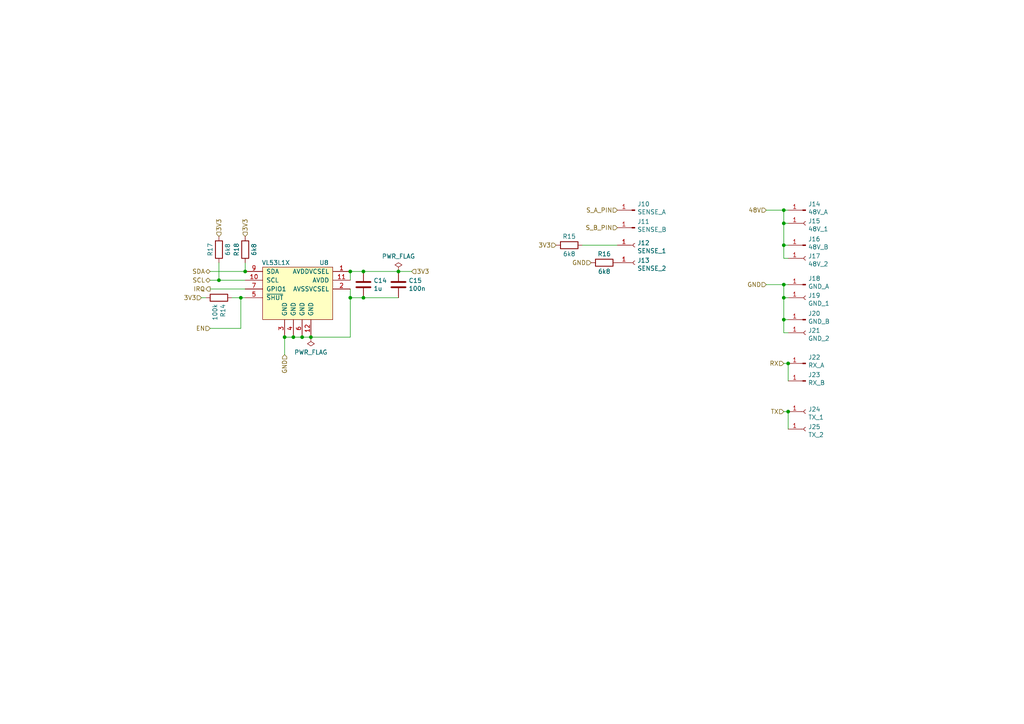
<source format=kicad_sch>
(kicad_sch (version 20230121) (generator eeschema)
  (paper "A4")
  (lib_symbols
    (symbol "C_1" (pin_numbers hide) (pin_names (offset 0.254))
      (property "Reference" "C" (at 0.635 2.54 0))
      (property "Value" "C_1" (at 0.635 -2.54 0))
      (symbol "C_1_0_1"
        (polyline (pts (xy -2.032 -0.762) (xy 2.032 -0.762)) (stroke (width 0.508)))
        (polyline (pts (xy -2.032 0.762) (xy 2.032 0.762)) (stroke (width 0.508)))
      )
      (symbol "C_1_1_1"
        (pin passive line (at 0 3.81 270) (length 2.794) (name "~") (number "1"))
        (pin passive line (at 0 -3.81 90) (length 2.794) (name "~") (number "2"))
      )
    )
    (symbol "Conn_01x01_Female_1" (pin_names (offset 1.016) hide)
      (property "Reference" "J" (at 0 2.54 0))
      (property "Value" "Conn_01x01_Female_1" (at 0 -2.54 0))
      (symbol "Conn_01x01_Female_1_1_1"
        (polyline (pts (xy -1.27 0) (xy -0.508 0)) (stroke (width 0.1524)))
        (arc (start 0 0.508) (mid -0.5058 0) (end 0 -0.508) (stroke (width 0.1524)))
        (pin passive line (at -5.08 0 0) (length 3.81) (name "Pin_1") (number "1"))
      )
    )
    (symbol "Conn_01x01_Female_2" (pin_names (offset 1.016) hide)
      (property "Reference" "J" (at 0 2.54 0))
      (property "Value" "Conn_01x01_Female_2" (at 0 -2.54 0))
      (symbol "Conn_01x01_Female_2_1_1"
        (polyline (pts (xy -1.27 0) (xy -0.508 0)) (stroke (width 0.1524)))
        (arc (start 0 0.508) (mid -0.5058 0) (end 0 -0.508) (stroke (width 0.1524)))
        (pin passive line (at -5.08 0 0) (length 3.81) (name "Pin_1") (number "1"))
      )
    )
    (symbol "Conn_01x01_Female_3" (pin_names (offset 1.016) hide)
      (property "Reference" "J" (at 0 2.54 0))
      (property "Value" "Conn_01x01_Female_3" (at 0 -2.54 0))
      (symbol "Conn_01x01_Female_3_1_1"
        (polyline (pts (xy -1.27 0) (xy -0.508 0)) (stroke (width 0.1524)))
        (arc (start 0 0.508) (mid -0.5058 0) (end 0 -0.508) (stroke (width 0.1524)))
        (pin passive line (at -5.08 0 0) (length 3.81) (name "Pin_1") (number "1"))
      )
    )
    (symbol "Conn_01x01_Female_4" (pin_names (offset 1.016) hide)
      (property "Reference" "J" (at 0 2.54 0))
      (property "Value" "Conn_01x01_Female_4" (at 0 -2.54 0))
      (symbol "Conn_01x01_Female_4_1_1"
        (polyline (pts (xy -1.27 0) (xy -0.508 0)) (stroke (width 0.1524)))
        (arc (start 0 0.508) (mid -0.5058 0) (end 0 -0.508) (stroke (width 0.1524)))
        (pin passive line (at -5.08 0 0) (length 3.81) (name "Pin_1") (number "1"))
      )
    )
    (symbol "Conn_01x01_Female_5" (pin_names (offset 1.016) hide)
      (property "Reference" "J" (at 0 2.54 0))
      (property "Value" "Conn_01x01_Female_5" (at 0 -2.54 0))
      (symbol "Conn_01x01_Female_5_1_1"
        (polyline (pts (xy -1.27 0) (xy -0.508 0)) (stroke (width 0.1524)))
        (arc (start 0 0.508) (mid -0.5058 0) (end 0 -0.508) (stroke (width 0.1524)))
        (pin passive line (at -5.08 0 0) (length 3.81) (name "Pin_1") (number "1"))
      )
    )
    (symbol "Conn_01x01_Female_6" (pin_names (offset 1.016) hide)
      (property "Reference" "J" (at 0 2.54 0))
      (property "Value" "Conn_01x01_Female_6" (at 0 -2.54 0))
      (symbol "Conn_01x01_Female_6_1_1"
        (polyline (pts (xy -1.27 0) (xy -0.508 0)) (stroke (width 0.1524)))
        (arc (start 0 0.508) (mid -0.5058 0) (end 0 -0.508) (stroke (width 0.1524)))
        (pin passive line (at -5.08 0 0) (length 3.81) (name "Pin_1") (number "1"))
      )
    )
    (symbol "Conn_01x01_Female_7" (pin_names (offset 1.016) hide)
      (property "Reference" "J" (at 0 2.54 0))
      (property "Value" "Conn_01x01_Female_7" (at 0 -2.54 0))
      (symbol "Conn_01x01_Female_7_1_1"
        (polyline (pts (xy -1.27 0) (xy -0.508 0)) (stroke (width 0.1524)))
        (arc (start 0 0.508) (mid -0.5058 0) (end 0 -0.508) (stroke (width 0.1524)))
        (pin passive line (at -5.08 0 0) (length 3.81) (name "Pin_1") (number "1"))
      )
    )
    (symbol "Conn_01x01_Male_1" (pin_names (offset 1.016) hide)
      (property "Reference" "J" (at 0 2.54 0))
      (property "Value" "Conn_01x01_Male_1" (at 0 -2.54 0))
      (symbol "Conn_01x01_Male_1_1_1"
        (polyline (pts (xy 1.27 0) (xy 0.8636 0)) (stroke (width 0.1524)))
        (rectangle (start 0.8636 0.127) (end 0 -0.127) (stroke (width 0.1524)) (fill (type outline)))
        (pin passive line (at 5.08 0 180) (length 3.81) (name "Pin_1") (number "1"))
      )
    )
    (symbol "Conn_01x01_Male_2" (pin_names (offset 1.016) hide)
      (property "Reference" "J" (at 0 2.54 0))
      (property "Value" "Conn_01x01_Male_2" (at 0 -2.54 0))
      (symbol "Conn_01x01_Male_2_1_1"
        (polyline (pts (xy 1.27 0) (xy 0.8636 0)) (stroke (width 0.1524)))
        (rectangle (start 0.8636 0.127) (end 0 -0.127) (stroke (width 0.1524)) (fill (type outline)))
        (pin passive line (at 5.08 0 180) (length 3.81) (name "Pin_1") (number "1"))
      )
    )
    (symbol "Conn_01x01_Male_3" (pin_names (offset 1.016) hide)
      (property "Reference" "J" (at 0 2.54 0))
      (property "Value" "Conn_01x01_Male_3" (at 0 -2.54 0))
      (symbol "Conn_01x01_Male_3_1_1"
        (polyline (pts (xy 1.27 0) (xy 0.8636 0)) (stroke (width 0.1524)))
        (rectangle (start 0.8636 0.127) (end 0 -0.127) (stroke (width 0.1524)) (fill (type outline)))
        (pin passive line (at 5.08 0 180) (length 3.81) (name "Pin_1") (number "1"))
      )
    )
    (symbol "Conn_01x01_Male_4" (pin_names (offset 1.016) hide)
      (property "Reference" "J" (at 0 2.54 0))
      (property "Value" "Conn_01x01_Male_4" (at 0 -2.54 0))
      (symbol "Conn_01x01_Male_4_1_1"
        (polyline (pts (xy 1.27 0) (xy 0.8636 0)) (stroke (width 0.1524)))
        (rectangle (start 0.8636 0.127) (end 0 -0.127) (stroke (width 0.1524)) (fill (type outline)))
        (pin passive line (at 5.08 0 180) (length 3.81) (name "Pin_1") (number "1"))
      )
    )
    (symbol "Conn_01x01_Male_5" (pin_names (offset 1.016) hide)
      (property "Reference" "J" (at 0 2.54 0))
      (property "Value" "Conn_01x01_Male_5" (at 0 -2.54 0))
      (symbol "Conn_01x01_Male_5_1_1"
        (polyline (pts (xy 1.27 0) (xy 0.8636 0)) (stroke (width 0.1524)))
        (rectangle (start 0.8636 0.127) (end 0 -0.127) (stroke (width 0.1524)) (fill (type outline)))
        (pin passive line (at 5.08 0 180) (length 3.81) (name "Pin_1") (number "1"))
      )
    )
    (symbol "Conn_01x01_Male_6" (pin_names (offset 1.016) hide)
      (property "Reference" "J" (at 0 2.54 0))
      (property "Value" "Conn_01x01_Male_6" (at 0 -2.54 0))
      (symbol "Conn_01x01_Male_6_1_1"
        (polyline (pts (xy 1.27 0) (xy 0.8636 0)) (stroke (width 0.1524)))
        (rectangle (start 0.8636 0.127) (end 0 -0.127) (stroke (width 0.1524)) (fill (type outline)))
        (pin passive line (at 5.08 0 180) (length 3.81) (name "Pin_1") (number "1"))
      )
    )
    (symbol "Conn_01x01_Male_7" (pin_names (offset 1.016) hide)
      (property "Reference" "J" (at 0 2.54 0))
      (property "Value" "Conn_01x01_Male_7" (at 0 -2.54 0))
      (symbol "Conn_01x01_Male_7_1_1"
        (polyline (pts (xy 1.27 0) (xy 0.8636 0)) (stroke (width 0.1524)))
        (rectangle (start 0.8636 0.127) (end 0 -0.127) (stroke (width 0.1524)) (fill (type outline)))
        (pin passive line (at 5.08 0 180) (length 3.81) (name "Pin_1") (number "1"))
      )
    )
    (symbol "Connector:Conn_01x01_Female" (pin_names (offset 1.016) hide)
      (property "Reference" "J" (at 0 2.54 0))
      (property "Value" "Conn_01x01_Female" (at 0 -2.54 0))
      (symbol "Conn_01x01_Female_1_1"
        (polyline (pts (xy -1.27 0) (xy -0.508 0)) (stroke (width 0.1524)))
        (arc (start 0 0.508) (mid -0.5058 0) (end 0 -0.508) (stroke (width 0.1524)))
        (pin passive line (at -5.08 0 0) (length 3.81) (name "Pin_1") (number "1"))
      )
    )
    (symbol "Connector:Conn_01x01_Male" (pin_names (offset 1.016) hide)
      (property "Reference" "J" (at 0 2.54 0))
      (property "Value" "Conn_01x01_Male" (at 0 -2.54 0))
      (symbol "Conn_01x01_Male_1_1"
        (polyline (pts (xy 1.27 0) (xy 0.8636 0)) (stroke (width 0.1524)))
        (rectangle (start 0.8636 0.127) (end 0 -0.127) (stroke (width 0.1524)) (fill (type outline)))
        (pin passive line (at 5.08 0 180) (length 3.81) (name "Pin_1") (number "1"))
      )
    )
    (symbol "Device:C" (pin_numbers hide) (pin_names (offset 0.254))
      (property "Reference" "C" (at 0.635 2.54 0))
      (property "Value" "C" (at 0.635 -2.54 0))
      (symbol "C_0_1"
        (polyline (pts (xy -2.032 -0.762) (xy 2.032 -0.762)) (stroke (width 0.508)))
        (polyline (pts (xy -2.032 0.762) (xy 2.032 0.762)) (stroke (width 0.508)))
      )
      (symbol "C_1_1"
        (pin passive line (at 0 3.81 270) (length 2.794) (name "~") (number "1"))
        (pin passive line (at 0 -3.81 90) (length 2.794) (name "~") (number "2"))
      )
    )
    (symbol "Device:R" (pin_numbers hide) (pin_names (offset 0))
      (property "Reference" "R" (at 2.032 0 90))
      (property "Value" "R" (at 0 0 90))
      (symbol "R_0_1"
        (rectangle (start -1.016 -2.54) (end 1.016 2.54) (stroke (width 0.254)))
      )
      (symbol "R_1_1"
        (pin passive line (at 0 3.81 270) (length 1.27) (name "~") (number "1"))
        (pin passive line (at 0 -3.81 90) (length 1.27) (name "~") (number "2"))
      )
    )
    (symbol "PWR_FLAG_1" (power) (pin_numbers hide) (pin_names (offset 0) hide)
      (property "Value" "PWR_FLAG_1" (at 0 3.81 0))
      (symbol "PWR_FLAG_1_0_0"
        (pin power_out line (at 0 0 90) (length 0) (name "pwr") (number "1"))
      )
      (symbol "PWR_FLAG_1_0_1"
        (polyline (pts (xy 0 0) (xy 0 1.27) (xy -1.016 1.905) (xy 0 2.54) (xy 1.016 1.905) (xy 0 1.27)))
      )
    )
    (symbol "R_1" (pin_numbers hide) (pin_names (offset 0))
      (property "Reference" "R" (at 2.032 0 90))
      (property "Value" "R_1" (at 0 0 90))
      (symbol "R_1_0_1"
        (rectangle (start -1.016 -2.54) (end 1.016 2.54) (stroke (width 0.254)))
      )
      (symbol "R_1_1_1"
        (pin passive line (at 0 3.81 270) (length 1.27) (name "~") (number "1"))
        (pin passive line (at 0 -3.81 90) (length 1.27) (name "~") (number "2"))
      )
    )
    (symbol "R_2" (pin_numbers hide) (pin_names (offset 0))
      (property "Reference" "R" (at 2.032 0 90))
      (property "Value" "R_2" (at 0 0 90))
      (symbol "R_2_0_1"
        (rectangle (start -1.016 -2.54) (end 1.016 2.54) (stroke (width 0.254)))
      )
      (symbol "R_2_1_1"
        (pin passive line (at 0 3.81 270) (length 1.27) (name "~") (number "1"))
        (pin passive line (at 0 -3.81 90) (length 1.27) (name "~") (number "2"))
      )
    )
    (symbol "R_3" (pin_numbers hide) (pin_names (offset 0))
      (property "Reference" "R" (at 2.032 0 90))
      (property "Value" "R_3" (at 0 0 90))
      (symbol "R_3_0_1"
        (rectangle (start -1.016 -2.54) (end 1.016 2.54) (stroke (width 0.254)))
      )
      (symbol "R_3_1_1"
        (pin passive line (at 0 3.81 270) (length 1.27) (name "~") (number "1"))
        (pin passive line (at 0 -3.81 90) (length 1.27) (name "~") (number "2"))
      )
    )
    (symbol "R_4" (pin_numbers hide) (pin_names (offset 0))
      (property "Reference" "R" (at 2.032 0 90))
      (property "Value" "R_4" (at 0 0 90))
      (symbol "R_4_0_1"
        (rectangle (start -1.016 -2.54) (end 1.016 2.54) (stroke (width 0.254)))
      )
      (symbol "R_4_1_1"
        (pin passive line (at 0 3.81 270) (length 1.27) (name "~") (number "1"))
        (pin passive line (at 0 -3.81 90) (length 1.27) (name "~") (number "2"))
      )
    )
    (symbol "power:PWR_FLAG" (power) (pin_numbers hide) (pin_names (offset 0) hide)
      (property "Value" "PWR_FLAG" (at 0 3.81 0))
      (symbol "PWR_FLAG_0_0"
        (pin power_out line (at 0 0 90) (length 0) (name "pwr") (number "1"))
      )
      (symbol "PWR_FLAG_0_1"
        (polyline (pts (xy 0 0) (xy 0 1.27) (xy -1.016 1.905) (xy 0 2.54) (xy 1.016 1.905) (xy 0 1.27)))
      )
    )
    (symbol "rofi:VL53L1X" (pin_names (offset 1.016))
      (property "Reference" "U" (at -7.62 6.35 0))
      (property "Value" "VL53L1X" (at 5.08 6.35 0))
      (symbol "VL53L1X_0_1"
        (rectangle (start -10.16 5.08) (end 10.16 -10.16) (fill (type background)))
      )
      (symbol "VL53L1X_1_1"
        (pin power_in line (at 15.24 3.81 180) (length 5.08) (name "AVDDVCSEL") (number "1"))
        (pin input line (at -15.24 1.27 0) (length 5.08) (name "SCL") (number "10"))
        (pin power_in line (at 15.24 1.27 180) (length 5.08) (name "AVDD") (number "11"))
        (pin power_in line (at 3.81 -15.24 90) (length 5.08) (name "GND") (number "12"))
        (pin power_in line (at 15.24 -1.27 180) (length 5.08) (name "AVSSVCSEL") (number "2"))
        (pin power_in line (at -3.81 -15.24 90) (length 5.08) (name "GND") (number "3"))
        (pin power_in line (at -1.27 -15.24 90) (length 5.08) (name "GND") (number "4"))
        (pin input line (at -15.24 -3.81 0) (length 5.08) (name "~{SHUT}") (number "5"))
        (pin power_in line (at 1.27 -15.24 90) (length 5.08) (name "GND") (number "6"))
        (pin open_collector line (at -15.24 -1.27 0) (length 5.08) (name "GPIO1") (number "7"))
        (pin bidirectional line (at -15.24 3.81 0) (length 5.08) (name "SDA") (number "9"))
      )
    )
  )
  (junction (at 227.33 60.96))
  (junction (at 63.5 81.28))
  (junction (at 227.33 92.71))
  (junction (at 85.09 97.79))
  (junction (at 71.12 78.74))
  (junction (at 69.85 86.36))
  (junction (at 82.55 97.79))
  (junction (at 87.63 97.79))
  (junction (at 228.6 105.41))
  (junction (at 105.41 86.36))
  (junction (at 228.6 119.38))
  (junction (at 90.17 97.79))
  (junction (at 227.33 86.36))
  (junction (at 105.41 78.74))
  (junction (at 227.33 71.12))
  (junction (at 101.6 78.74))
  (junction (at 101.6 86.36))
  (junction (at 227.33 64.77))
  (junction (at 115.57 78.74))
  (junction (at 227.33 82.55))
  (wire (pts (xy 115.57 78.74) (xy 119.38 78.74)))
  (wire (pts (xy 227.33 64.77) (xy 228.6 64.77)))
  (wire (pts (xy 69.85 86.36) (xy 71.12 86.36)))
  (wire (pts (xy 228.6 96.52) (xy 227.33 96.52)))
  (wire (pts (xy 90.17 97.79) (xy 101.6 97.79)))
  (wire (pts (xy 227.33 64.77) (xy 227.33 71.12)))
  (wire (pts (xy 69.85 86.36) (xy 69.85 95.25)))
  (wire (pts (xy 228.6 105.41) (xy 227.33 105.41)))
  (wire (pts (xy 60.96 95.25) (xy 69.85 95.25)))
  (wire (pts (xy 168.91 71.12) (xy 179.07 71.12)))
  (wire (pts (xy 227.33 92.71) (xy 228.6 92.71)))
  (wire (pts (xy 227.33 71.12) (xy 227.33 74.93)))
  (wire (pts (xy 71.12 78.74) (xy 60.96 78.74)))
  (wire (pts (xy 82.55 97.79) (xy 82.55 102.87)))
  (wire (pts (xy 101.6 81.28) (xy 101.6 78.74)))
  (wire (pts (xy 227.33 82.55) (xy 228.6 82.55)))
  (wire (pts (xy 227.33 86.36) (xy 227.33 92.71)))
  (wire (pts (xy 71.12 76.2) (xy 71.12 78.74)))
  (wire (pts (xy 228.6 60.96) (xy 227.33 60.96)))
  (wire (pts (xy 59.69 86.36) (xy 58.42 86.36)))
  (wire (pts (xy 60.96 81.28) (xy 63.5 81.28)))
  (wire (pts (xy 227.33 82.55) (xy 222.25 82.55)))
  (wire (pts (xy 115.57 86.36) (xy 105.41 86.36)))
  (wire (pts (xy 101.6 78.74) (xy 105.41 78.74)))
  (wire (pts (xy 85.09 97.79) (xy 87.63 97.79)))
  (wire (pts (xy 227.33 74.93) (xy 228.6 74.93)))
  (wire (pts (xy 67.31 86.36) (xy 69.85 86.36)))
  (wire (pts (xy 227.33 119.38) (xy 228.6 119.38)))
  (wire (pts (xy 60.96 83.82) (xy 71.12 83.82)))
  (wire (pts (xy 105.41 86.36) (xy 101.6 86.36)))
  (wire (pts (xy 101.6 86.36) (xy 101.6 83.82)))
  (wire (pts (xy 82.55 97.79) (xy 85.09 97.79)))
  (wire (pts (xy 227.33 60.96) (xy 227.33 64.77)))
  (wire (pts (xy 87.63 97.79) (xy 90.17 97.79)))
  (wire (pts (xy 228.6 119.38) (xy 228.6 124.46)))
  (wire (pts (xy 227.33 86.36) (xy 227.33 82.55)))
  (wire (pts (xy 63.5 81.28) (xy 71.12 81.28)))
  (wire (pts (xy 227.33 60.96) (xy 222.25 60.96)))
  (wire (pts (xy 227.33 92.71) (xy 227.33 96.52)))
  (wire (pts (xy 105.41 78.74) (xy 115.57 78.74)))
  (wire (pts (xy 101.6 97.79) (xy 101.6 86.36)))
  (wire (pts (xy 228.6 105.41) (xy 228.6 110.49)))
  (wire (pts (xy 227.33 71.12) (xy 228.6 71.12)))
  (wire (pts (xy 228.6 86.36) (xy 227.33 86.36)))
  (wire (pts (xy 63.5 76.2) (xy 63.5 81.28)))
  (hierarchical_label "SCL" (shape bidirectional) (at 60.96 81.28 180))
  (hierarchical_label "GND" (shape input) (at 222.25 82.55 180))
  (hierarchical_label "3V3" (shape input) (at 58.42 86.36 180))
  (hierarchical_label "GND" (shape input) (at 171.45 76.2 180))
  (hierarchical_label "3V3" (shape input) (at 161.29 71.12 180))
  (hierarchical_label "EN" (shape input) (at 60.96 95.25 180))
  (hierarchical_label "TX" (shape input) (at 227.33 119.38 180))
  (hierarchical_label "3V3" (shape input) (at 119.38 78.74 0))
  (hierarchical_label "S_B_PIN" (shape input) (at 179.07 66.04 180))
  (hierarchical_label "3V3" (shape input) (at 63.5 68.58 90))
  (hierarchical_label "SDA" (shape bidirectional) (at 60.96 78.74 180))
  (hierarchical_label "GND" (shape input) (at 82.55 102.87 270))
  (hierarchical_label "48V" (shape input) (at 222.25 60.96 180))
  (hierarchical_label "3V3" (shape input) (at 71.12 68.58 90))
  (hierarchical_label "IRQ" (shape output) (at 60.96 83.82 180))
  (hierarchical_label "RX" (shape input) (at 227.33 105.41 180))
  (hierarchical_label "S_A_PIN" (shape input) (at 179.07 60.96 180))
  (symbol (lib_name "Conn_01x01_Male_2") (lib_id "Connector:Conn_01x01_Male") (at 233.68 60.96 180) (unit 1)
    (property "Reference" "J14" (at 234.3912 59.182 0) (effects (justify right)))
    (property "Value" "48V_A" (at 234.3912 61.4934 0) (effects (justify right)))
    (property "Footprint" "rofi:pogo_pin_2mm" (effects hide))
    (property "JLCPCB_IGNORE" "YES" (effects hide))
  )
  (symbol (lib_name "Conn_01x01_Female_3") (lib_id "Connector:Conn_01x01_Female") (at 233.68 64.77 0) (unit 1)
    (property "Reference" "J15" (at 234.3658 64.1096 0) (effects (justify left)))
    (property "Value" "48V_1" (at 234.3658 66.421 0) (effects (justify left)))
    (property "Footprint" "rofi:pogo_pad_2mm" (effects hide))
    (property "JLCPCB_IGNORE" "YES" (effects hide))
  )
  (symbol (lib_name "Conn_01x01_Male_6") (lib_id "Connector:Conn_01x01_Male") (at 233.68 82.55 180) (unit 1)
    (property "Reference" "J18" (at 234.3912 80.772 0) (effects (justify right)))
    (property "Value" "GND_A" (at 234.3912 83.0834 0) (effects (justify right)))
    (property "Footprint" "rofi:pogo_pin_2mm" (effects hide))
    (property "JLCPCB_IGNORE" "YES" (effects hide))
  )
  (symbol (lib_name "Conn_01x01_Female_6") (lib_id "Connector:Conn_01x01_Female") (at 233.68 86.36 0) (unit 1)
    (property "Reference" "J19" (at 234.3658 85.6996 0) (effects (justify left)))
    (property "Value" "GND_1" (at 234.3658 88.011 0) (effects (justify left)))
    (property "Footprint" "rofi:pogo_pad_2mm" (effects hide))
    (property "JLCPCB_IGNORE" "YES" (effects hide))
  )
  (symbol (lib_name "Conn_01x01_Male_7") (lib_id "Connector:Conn_01x01_Male") (at 233.68 105.41 180) (unit 1)
    (property "Reference" "J22" (at 234.3912 103.632 0) (effects (justify right)))
    (property "Value" "RX_A" (at 234.3912 105.9434 0) (effects (justify right)))
    (property "Footprint" "rofi:pogo_pin_2mm" (effects hide))
    (property "JLCPCB_IGNORE" "YES" (effects hide))
  )
  (symbol (lib_name "Conn_01x01_Male_5") (lib_id "Connector:Conn_01x01_Male") (at 184.15 60.96 180) (unit 1)
    (property "Reference" "J10" (at 184.8612 59.182 0) (effects (justify right)))
    (property "Value" "SENSE_A" (at 184.8612 61.4934 0) (effects (justify right)))
    (property "Footprint" "rofi:pogo_pin_2mm" (effects hide))
    (property "JLCPCB_IGNORE" "YES" (effects hide))
  )
  (symbol (lib_name "Conn_01x01_Male_4") (lib_id "Connector:Conn_01x01_Male") (at 184.15 66.04 180) (unit 1)
    (property "Reference" "J11" (at 184.8358 64.262 0) (effects (justify right)))
    (property "Value" "SENSE_B" (at 184.8358 66.5734 0) (effects (justify right)))
    (property "Footprint" "rofi:pogo_pin_2mm" (effects hide))
    (property "JLCPCB_IGNORE" "YES" (effects hide))
  )
  (symbol (lib_name "Conn_01x01_Female_4") (lib_id "Connector:Conn_01x01_Female") (at 184.15 71.12 0) (unit 1)
    (property "Reference" "J12" (at 184.8358 70.4596 0) (effects (justify left)))
    (property "Value" "SENSE_1" (at 184.8358 72.771 0) (effects (justify left)))
    (property "Footprint" "rofi:pogo_pad_2mm" (effects hide))
    (property "JLCPCB_IGNORE" "YES" (effects hide))
  )
  (symbol (lib_name "Conn_01x01_Female_5") (lib_id "Connector:Conn_01x01_Female") (at 184.15 76.2 0) (unit 1)
    (property "Reference" "J13" (at 184.8358 75.5396 0) (effects (justify left)))
    (property "Value" "SENSE_2" (at 184.8358 77.851 0) (effects (justify left)))
    (property "Footprint" "rofi:pogo_pad_2mm" (effects hide))
    (property "JLCPCB_IGNORE" "YES" (effects hide))
  )
  (symbol (lib_name "Conn_01x01_Female_2") (lib_id "Connector:Conn_01x01_Female") (at 233.68 119.38 0) (unit 1)
    (property "Reference" "J24" (at 234.3912 118.7196 0) (effects (justify left)))
    (property "Value" "TX_1" (at 234.3912 121.031 0) (effects (justify left)))
    (property "Footprint" "rofi:pogo_pad_2mm" (effects hide))
    (property "JLCPCB_IGNORE" "YES" (effects hide))
  )
  (symbol (lib_name "Conn_01x01_Male_3") (lib_id "Connector:Conn_01x01_Male") (at 233.68 71.12 180) (unit 1)
    (property "Reference" "J16" (at 234.3658 69.342 0) (effects (justify right)))
    (property "Value" "48V_B" (at 234.3658 71.6534 0) (effects (justify right)))
    (property "Footprint" "rofi:pogo_pin_2mm" (effects hide))
    (property "JLCPCB_IGNORE" "YES" (effects hide))
  )
  (symbol (lib_name "Conn_01x01_Female_7") (lib_id "Connector:Conn_01x01_Female") (at 233.68 74.93 0) (unit 1)
    (property "Reference" "J17" (at 234.3658 74.2696 0) (effects (justify left)))
    (property "Value" "48V_2" (at 234.3658 76.581 0) (effects (justify left)))
    (property "Footprint" "rofi:pogo_pad_2mm" (effects hide))
    (property "JLCPCB_IGNORE" "YES" (effects hide))
  )
  (symbol (lib_id "Connector:Conn_01x01_Male") (at 233.68 92.71 180) (unit 1)
    (property "Reference" "J20" (at 234.3658 90.932 0) (effects (justify right)))
    (property "Value" "GND_B" (at 234.3658 93.2434 0) (effects (justify right)))
    (property "Footprint" "rofi:pogo_pin_2mm" (effects hide))
    (property "JLCPCB_IGNORE" "YES" (effects hide))
  )
  (symbol (lib_id "Connector:Conn_01x01_Female") (at 233.68 96.52 0) (unit 1)
    (property "Reference" "J21" (at 234.3658 95.8596 0) (effects (justify left)))
    (property "Value" "GND_2" (at 234.3658 98.171 0) (effects (justify left)))
    (property "Footprint" "rofi:pogo_pad_2mm" (effects hide))
    (property "JLCPCB_IGNORE" "YES" (effects hide))
  )
  (symbol (lib_name "Conn_01x01_Male_1") (lib_id "Connector:Conn_01x01_Male") (at 233.68 110.49 180) (unit 1)
    (property "Reference" "J23" (at 234.3658 108.712 0) (effects (justify right)))
    (property "Value" "RX_B" (at 234.3658 111.0234 0) (effects (justify right)))
    (property "Footprint" "rofi:pogo_pin_2mm" (effects hide))
    (property "JLCPCB_IGNORE" "YES" (effects hide))
  )
  (symbol (lib_name "Conn_01x01_Female_1") (lib_id "Connector:Conn_01x01_Female") (at 233.68 124.46 0) (unit 1)
    (property "Reference" "J25" (at 234.3912 123.7996 0) (effects (justify left)))
    (property "Value" "TX_2" (at 234.3912 126.111 0) (effects (justify left)))
    (property "Footprint" "rofi:pogo_pad_2mm" (effects hide))
    (property "JLCPCB_IGNORE" "YES" (effects hide))
  )
  (symbol (lib_id "rofi:VL53L1X") (at 86.36 82.55 0) (unit 1)
    (property "Reference" "U8" (at 93.98 76.2 0))
    (property "Value" "VL53L1X" (at 80.01 76.2 0))
    (property "Footprint" "rofi:VL53L1X_handsoldering" (effects hide))
    (property "manf#" "VL53L1CXV0FY/1" (effects hide))
    (property "LCSC" "C190004" (effects hide))
  )
  (symbol (lib_name "R_3") (lib_id "Device:R") (at 63.5 86.36 270) (mirror x) (unit 1)
    (property "Reference" "R14" (at 64.6684 88.138 0) (effects (justify right)))
    (property "Value" "100k" (at 62.357 88.138 0) (effects (justify right)))
    (property "Footprint" "Resistor_SMD:R_0402_1005Metric" (effects hide))
    (property "LCSC" "C25741" (effects hide))
  )
  (symbol (lib_name "C_1") (lib_id "Device:C") (at 105.41 82.55 0) (unit 1)
    (property "Reference" "C14" (at 108.331 81.3816 0) (effects (justify left)))
    (property "Value" "1u" (at 108.331 83.693 0) (effects (justify left)))
    (property "Footprint" "Capacitor_SMD:C_0402_1005Metric" (effects hide))
    (property "LCSC" "C52923" (effects hide))
  )
  (symbol (lib_id "Device:C") (at 115.57 82.55 0) (unit 1)
    (property "Reference" "C15" (at 118.491 81.3816 0) (effects (justify left)))
    (property "Value" "100n" (at 118.491 83.693 0) (effects (justify left)))
    (property "Footprint" "Capacitor_SMD:C_0402_1005Metric" (effects hide))
    (property "manf#" "CC0402KRX5R6BB104" (effects hide))
    (property "LCSC" "C1525" (effects hide))
  )
  (symbol (lib_name "R_1") (lib_id "Device:R") (at 165.1 71.12 270) (mirror x) (unit 1)
    (property "Reference" "R15" (at 165.1 68.58 90))
    (property "Value" "6k8" (at 165.1 73.66 90))
    (property "Footprint" "Resistor_SMD:R_0402_1005Metric" (effects hide))
    (property "LCSC" "C25917" (effects hide))
  )
  (symbol (lib_name "R_2") (lib_id "Device:R") (at 175.26 76.2 270) (mirror x) (unit 1)
    (property "Reference" "R16" (at 175.26 73.66 90))
    (property "Value" "6k8" (at 175.26 78.74 90))
    (property "Footprint" "Resistor_SMD:R_0402_1005Metric" (effects hide))
    (property "LCSC" "C25917" (effects hide))
  )
  (symbol (lib_id "power:PWR_FLAG") (at 115.57 78.74 0) (unit 1)
    (property "Reference" "#FLG0104" (effects hide))
    (property "Value" "PWR_FLAG" (at 115.57 74.3458 0))
  )
  (symbol (lib_name "PWR_FLAG_1") (lib_id "power:PWR_FLAG") (at 90.17 97.79 180) (unit 1)
    (property "Reference" "#FLG0105" (effects hide))
    (property "Value" "PWR_FLAG" (at 90.17 102.1842 0))
  )
  (symbol (lib_name "R_4") (lib_id "Device:R") (at 63.5 72.39 0) (mirror y) (unit 1)
    (property "Reference" "R17" (at 60.96 72.39 90))
    (property "Value" "6k8" (at 66.04 72.39 90))
    (property "Footprint" "Resistor_SMD:R_0402_1005Metric" (effects hide))
    (property "LCSC" "C25917" (effects hide))
  )
  (symbol (lib_id "Device:R") (at 71.12 72.39 0) (mirror y) (unit 1)
    (property "Reference" "R18" (at 68.58 72.39 90))
    (property "Value" "6k8" (at 73.66 72.39 90))
    (property "Footprint" "Resistor_SMD:R_0402_1005Metric" (effects hide))
    (property "LCSC" "C25917" (effects hide))
  )
)
</source>
